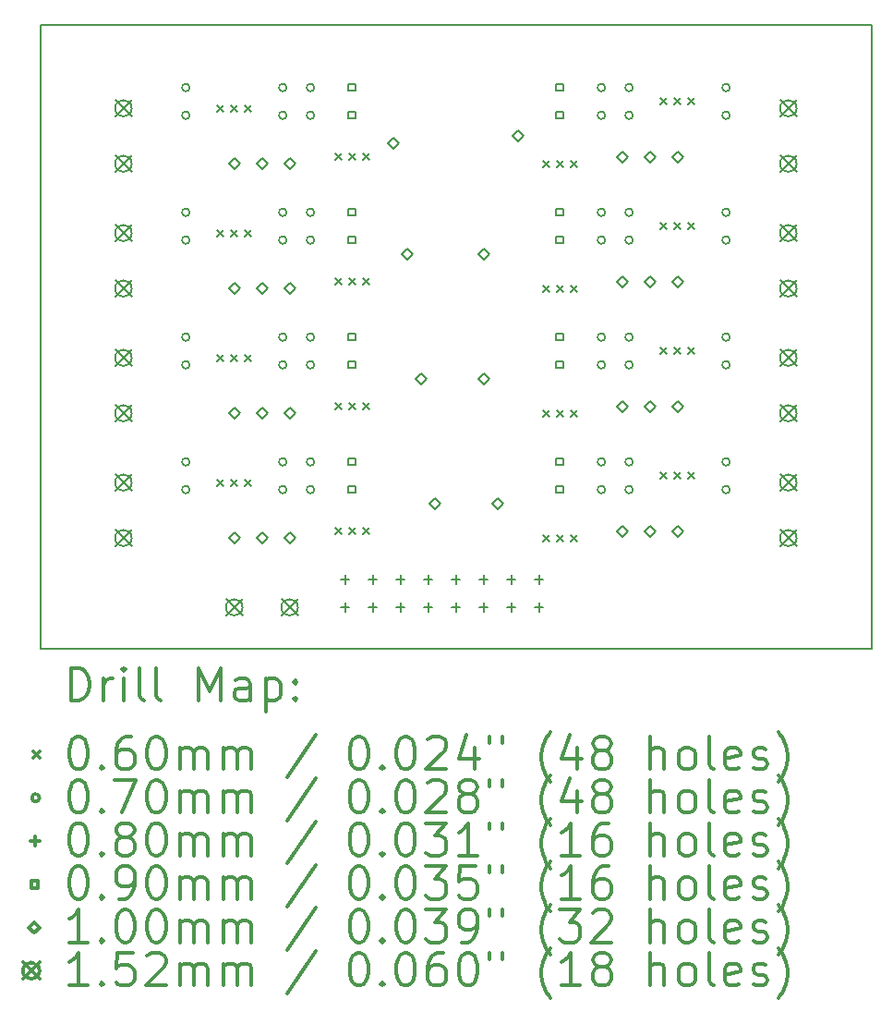
<source format=gbr>
%FSLAX45Y45*%
G04 Gerber Fmt 4.5, Leading zero omitted, Abs format (unit mm)*
G04 Created by KiCad (PCBNEW (5.0.2)-1) date 09/11/2019 15:08:38*
%MOMM*%
%LPD*%
G01*
G04 APERTURE LIST*
%ADD10C,0.150000*%
%ADD11C,0.200000*%
%ADD12C,0.300000*%
G04 APERTURE END LIST*
D10*
X9398000Y-2794000D02*
X9398000Y-8509000D01*
X17018000Y-2794000D02*
X9398000Y-2794000D01*
X17018000Y-8509000D02*
X17018000Y-2794000D01*
X9398000Y-8509000D02*
X17018000Y-8509000D01*
D11*
X14003500Y-4034000D02*
X14063500Y-4094000D01*
X14063500Y-4034000D02*
X14003500Y-4094000D01*
X14130500Y-4034000D02*
X14190500Y-4094000D01*
X14190500Y-4034000D02*
X14130500Y-4094000D01*
X14257500Y-4034000D02*
X14317500Y-4094000D01*
X14317500Y-4034000D02*
X14257500Y-4094000D01*
X15083000Y-3462500D02*
X15143000Y-3522500D01*
X15143000Y-3462500D02*
X15083000Y-3522500D01*
X15210000Y-3462500D02*
X15270000Y-3522500D01*
X15270000Y-3462500D02*
X15210000Y-3522500D01*
X15337000Y-3462500D02*
X15397000Y-3522500D01*
X15397000Y-3462500D02*
X15337000Y-3522500D01*
X12098500Y-6256500D02*
X12158500Y-6316500D01*
X12158500Y-6256500D02*
X12098500Y-6316500D01*
X12225500Y-6256500D02*
X12285500Y-6316500D01*
X12285500Y-6256500D02*
X12225500Y-6316500D01*
X12352500Y-6256500D02*
X12412500Y-6316500D01*
X12412500Y-6256500D02*
X12352500Y-6316500D01*
X11019000Y-5812000D02*
X11079000Y-5872000D01*
X11079000Y-5812000D02*
X11019000Y-5872000D01*
X11146000Y-5812000D02*
X11206000Y-5872000D01*
X11206000Y-5812000D02*
X11146000Y-5872000D01*
X11273000Y-5812000D02*
X11333000Y-5872000D01*
X11333000Y-5812000D02*
X11273000Y-5872000D01*
X12098500Y-3970500D02*
X12158500Y-4030500D01*
X12158500Y-3970500D02*
X12098500Y-4030500D01*
X12225500Y-3970500D02*
X12285500Y-4030500D01*
X12285500Y-3970500D02*
X12225500Y-4030500D01*
X12352500Y-3970500D02*
X12412500Y-4030500D01*
X12412500Y-3970500D02*
X12352500Y-4030500D01*
X11019000Y-3526000D02*
X11079000Y-3586000D01*
X11079000Y-3526000D02*
X11019000Y-3586000D01*
X11146000Y-3526000D02*
X11206000Y-3586000D01*
X11206000Y-3526000D02*
X11146000Y-3586000D01*
X11273000Y-3526000D02*
X11333000Y-3586000D01*
X11333000Y-3526000D02*
X11273000Y-3586000D01*
X11019000Y-4669000D02*
X11079000Y-4729000D01*
X11079000Y-4669000D02*
X11019000Y-4729000D01*
X11146000Y-4669000D02*
X11206000Y-4729000D01*
X11206000Y-4669000D02*
X11146000Y-4729000D01*
X11273000Y-4669000D02*
X11333000Y-4729000D01*
X11333000Y-4669000D02*
X11273000Y-4729000D01*
X12098500Y-5113500D02*
X12158500Y-5173500D01*
X12158500Y-5113500D02*
X12098500Y-5173500D01*
X12225500Y-5113500D02*
X12285500Y-5173500D01*
X12285500Y-5113500D02*
X12225500Y-5173500D01*
X12352500Y-5113500D02*
X12412500Y-5173500D01*
X12412500Y-5113500D02*
X12352500Y-5173500D01*
X11019000Y-6955000D02*
X11079000Y-7015000D01*
X11079000Y-6955000D02*
X11019000Y-7015000D01*
X11146000Y-6955000D02*
X11206000Y-7015000D01*
X11206000Y-6955000D02*
X11146000Y-7015000D01*
X11273000Y-6955000D02*
X11333000Y-7015000D01*
X11333000Y-6955000D02*
X11273000Y-7015000D01*
X12098500Y-7399500D02*
X12158500Y-7459500D01*
X12158500Y-7399500D02*
X12098500Y-7459500D01*
X12225500Y-7399500D02*
X12285500Y-7459500D01*
X12285500Y-7399500D02*
X12225500Y-7459500D01*
X12352500Y-7399500D02*
X12412500Y-7459500D01*
X12412500Y-7399500D02*
X12352500Y-7459500D01*
X15083000Y-4605500D02*
X15143000Y-4665500D01*
X15143000Y-4605500D02*
X15083000Y-4665500D01*
X15210000Y-4605500D02*
X15270000Y-4665500D01*
X15270000Y-4605500D02*
X15210000Y-4665500D01*
X15337000Y-4605500D02*
X15397000Y-4665500D01*
X15397000Y-4605500D02*
X15337000Y-4665500D01*
X14003500Y-5177000D02*
X14063500Y-5237000D01*
X14063500Y-5177000D02*
X14003500Y-5237000D01*
X14130500Y-5177000D02*
X14190500Y-5237000D01*
X14190500Y-5177000D02*
X14130500Y-5237000D01*
X14257500Y-5177000D02*
X14317500Y-5237000D01*
X14317500Y-5177000D02*
X14257500Y-5237000D01*
X15083000Y-5748500D02*
X15143000Y-5808500D01*
X15143000Y-5748500D02*
X15083000Y-5808500D01*
X15210000Y-5748500D02*
X15270000Y-5808500D01*
X15270000Y-5748500D02*
X15210000Y-5808500D01*
X15337000Y-5748500D02*
X15397000Y-5808500D01*
X15397000Y-5748500D02*
X15337000Y-5808500D01*
X14003500Y-6320000D02*
X14063500Y-6380000D01*
X14063500Y-6320000D02*
X14003500Y-6380000D01*
X14130500Y-6320000D02*
X14190500Y-6380000D01*
X14190500Y-6320000D02*
X14130500Y-6380000D01*
X14257500Y-6320000D02*
X14317500Y-6380000D01*
X14317500Y-6320000D02*
X14257500Y-6380000D01*
X15083000Y-6891500D02*
X15143000Y-6951500D01*
X15143000Y-6891500D02*
X15083000Y-6951500D01*
X15210000Y-6891500D02*
X15270000Y-6951500D01*
X15270000Y-6891500D02*
X15210000Y-6951500D01*
X15337000Y-6891500D02*
X15397000Y-6951500D01*
X15397000Y-6891500D02*
X15337000Y-6951500D01*
X14003500Y-7463000D02*
X14063500Y-7523000D01*
X14063500Y-7463000D02*
X14003500Y-7523000D01*
X14130500Y-7463000D02*
X14190500Y-7523000D01*
X14190500Y-7463000D02*
X14130500Y-7523000D01*
X14257500Y-7463000D02*
X14317500Y-7523000D01*
X14317500Y-7463000D02*
X14257500Y-7523000D01*
X11909500Y-3365500D02*
G75*
G03X11909500Y-3365500I-35000J0D01*
G01*
X11909500Y-3619500D02*
G75*
G03X11909500Y-3619500I-35000J0D01*
G01*
X11655500Y-3365500D02*
G75*
G03X11655500Y-3365500I-35000J0D01*
G01*
X11655500Y-3619500D02*
G75*
G03X11655500Y-3619500I-35000J0D01*
G01*
X10766500Y-3365500D02*
G75*
G03X10766500Y-3365500I-35000J0D01*
G01*
X10766500Y-3619500D02*
G75*
G03X10766500Y-3619500I-35000J0D01*
G01*
X11909500Y-4508500D02*
G75*
G03X11909500Y-4508500I-35000J0D01*
G01*
X11909500Y-4762500D02*
G75*
G03X11909500Y-4762500I-35000J0D01*
G01*
X11655500Y-4508500D02*
G75*
G03X11655500Y-4508500I-35000J0D01*
G01*
X11655500Y-4762500D02*
G75*
G03X11655500Y-4762500I-35000J0D01*
G01*
X10766500Y-4508500D02*
G75*
G03X10766500Y-4508500I-35000J0D01*
G01*
X10766500Y-4762500D02*
G75*
G03X10766500Y-4762500I-35000J0D01*
G01*
X11909500Y-5651500D02*
G75*
G03X11909500Y-5651500I-35000J0D01*
G01*
X11909500Y-5905500D02*
G75*
G03X11909500Y-5905500I-35000J0D01*
G01*
X11655500Y-5651500D02*
G75*
G03X11655500Y-5651500I-35000J0D01*
G01*
X11655500Y-5905500D02*
G75*
G03X11655500Y-5905500I-35000J0D01*
G01*
X10766500Y-5651500D02*
G75*
G03X10766500Y-5651500I-35000J0D01*
G01*
X10766500Y-5905500D02*
G75*
G03X10766500Y-5905500I-35000J0D01*
G01*
X11655500Y-6794500D02*
G75*
G03X11655500Y-6794500I-35000J0D01*
G01*
X11655500Y-7048500D02*
G75*
G03X11655500Y-7048500I-35000J0D01*
G01*
X10766500Y-6794500D02*
G75*
G03X10766500Y-6794500I-35000J0D01*
G01*
X10766500Y-7048500D02*
G75*
G03X10766500Y-7048500I-35000J0D01*
G01*
X14576500Y-3365500D02*
G75*
G03X14576500Y-3365500I-35000J0D01*
G01*
X14576500Y-3619500D02*
G75*
G03X14576500Y-3619500I-35000J0D01*
G01*
X14830500Y-3365500D02*
G75*
G03X14830500Y-3365500I-35000J0D01*
G01*
X14830500Y-3619500D02*
G75*
G03X14830500Y-3619500I-35000J0D01*
G01*
X15719500Y-3365500D02*
G75*
G03X15719500Y-3365500I-35000J0D01*
G01*
X15719500Y-3619500D02*
G75*
G03X15719500Y-3619500I-35000J0D01*
G01*
X14576500Y-4508500D02*
G75*
G03X14576500Y-4508500I-35000J0D01*
G01*
X14576500Y-4762500D02*
G75*
G03X14576500Y-4762500I-35000J0D01*
G01*
X14830500Y-4508500D02*
G75*
G03X14830500Y-4508500I-35000J0D01*
G01*
X14830500Y-4762500D02*
G75*
G03X14830500Y-4762500I-35000J0D01*
G01*
X15719500Y-4508500D02*
G75*
G03X15719500Y-4508500I-35000J0D01*
G01*
X15719500Y-4762500D02*
G75*
G03X15719500Y-4762500I-35000J0D01*
G01*
X14576500Y-5651500D02*
G75*
G03X14576500Y-5651500I-35000J0D01*
G01*
X14576500Y-5905500D02*
G75*
G03X14576500Y-5905500I-35000J0D01*
G01*
X14830500Y-5651500D02*
G75*
G03X14830500Y-5651500I-35000J0D01*
G01*
X14830500Y-5905500D02*
G75*
G03X14830500Y-5905500I-35000J0D01*
G01*
X15719500Y-5651500D02*
G75*
G03X15719500Y-5651500I-35000J0D01*
G01*
X15719500Y-5905500D02*
G75*
G03X15719500Y-5905500I-35000J0D01*
G01*
X14576500Y-6794500D02*
G75*
G03X14576500Y-6794500I-35000J0D01*
G01*
X14576500Y-7048500D02*
G75*
G03X14576500Y-7048500I-35000J0D01*
G01*
X14830500Y-6794500D02*
G75*
G03X14830500Y-6794500I-35000J0D01*
G01*
X14830500Y-7048500D02*
G75*
G03X14830500Y-7048500I-35000J0D01*
G01*
X15719500Y-6794500D02*
G75*
G03X15719500Y-6794500I-35000J0D01*
G01*
X15719500Y-7048500D02*
G75*
G03X15719500Y-7048500I-35000J0D01*
G01*
X11909500Y-6794500D02*
G75*
G03X11909500Y-6794500I-35000J0D01*
G01*
X11909500Y-7048500D02*
G75*
G03X11909500Y-7048500I-35000J0D01*
G01*
X12192000Y-7834000D02*
X12192000Y-7914000D01*
X12152000Y-7874000D02*
X12232000Y-7874000D01*
X12446000Y-7834000D02*
X12446000Y-7914000D01*
X12406000Y-7874000D02*
X12486000Y-7874000D01*
X12700000Y-7834000D02*
X12700000Y-7914000D01*
X12660000Y-7874000D02*
X12740000Y-7874000D01*
X12954000Y-7834000D02*
X12954000Y-7914000D01*
X12914000Y-7874000D02*
X12994000Y-7874000D01*
X13208000Y-7834000D02*
X13208000Y-7914000D01*
X13168000Y-7874000D02*
X13248000Y-7874000D01*
X13462000Y-7834000D02*
X13462000Y-7914000D01*
X13422000Y-7874000D02*
X13502000Y-7874000D01*
X13716000Y-7834000D02*
X13716000Y-7914000D01*
X13676000Y-7874000D02*
X13756000Y-7874000D01*
X13970000Y-7834000D02*
X13970000Y-7914000D01*
X13930000Y-7874000D02*
X14010000Y-7874000D01*
X12192000Y-8088000D02*
X12192000Y-8168000D01*
X12152000Y-8128000D02*
X12232000Y-8128000D01*
X12446000Y-8088000D02*
X12446000Y-8168000D01*
X12406000Y-8128000D02*
X12486000Y-8128000D01*
X12700000Y-8088000D02*
X12700000Y-8168000D01*
X12660000Y-8128000D02*
X12740000Y-8128000D01*
X12954000Y-8088000D02*
X12954000Y-8168000D01*
X12914000Y-8128000D02*
X12994000Y-8128000D01*
X13208000Y-8088000D02*
X13208000Y-8168000D01*
X13168000Y-8128000D02*
X13248000Y-8128000D01*
X13462000Y-8088000D02*
X13462000Y-8168000D01*
X13422000Y-8128000D02*
X13502000Y-8128000D01*
X13716000Y-8088000D02*
X13716000Y-8168000D01*
X13676000Y-8128000D02*
X13756000Y-8128000D01*
X13970000Y-8088000D02*
X13970000Y-8168000D01*
X13930000Y-8128000D02*
X14010000Y-8128000D01*
X12287320Y-3397320D02*
X12287320Y-3333680D01*
X12223680Y-3333680D01*
X12223680Y-3397320D01*
X12287320Y-3397320D01*
X12287320Y-3651320D02*
X12287320Y-3587680D01*
X12223680Y-3587680D01*
X12223680Y-3651320D01*
X12287320Y-3651320D01*
X12287320Y-4540320D02*
X12287320Y-4476680D01*
X12223680Y-4476680D01*
X12223680Y-4540320D01*
X12287320Y-4540320D01*
X12287320Y-4794320D02*
X12287320Y-4730680D01*
X12223680Y-4730680D01*
X12223680Y-4794320D01*
X12287320Y-4794320D01*
X12287320Y-5683320D02*
X12287320Y-5619680D01*
X12223680Y-5619680D01*
X12223680Y-5683320D01*
X12287320Y-5683320D01*
X12287320Y-5937320D02*
X12287320Y-5873680D01*
X12223680Y-5873680D01*
X12223680Y-5937320D01*
X12287320Y-5937320D01*
X12287320Y-6826320D02*
X12287320Y-6762680D01*
X12223680Y-6762680D01*
X12223680Y-6826320D01*
X12287320Y-6826320D01*
X12287320Y-7080320D02*
X12287320Y-7016680D01*
X12223680Y-7016680D01*
X12223680Y-7080320D01*
X12287320Y-7080320D01*
X14192320Y-3397320D02*
X14192320Y-3333680D01*
X14128680Y-3333680D01*
X14128680Y-3397320D01*
X14192320Y-3397320D01*
X14192320Y-3651320D02*
X14192320Y-3587680D01*
X14128680Y-3587680D01*
X14128680Y-3651320D01*
X14192320Y-3651320D01*
X14192320Y-4540320D02*
X14192320Y-4476680D01*
X14128680Y-4476680D01*
X14128680Y-4540320D01*
X14192320Y-4540320D01*
X14192320Y-4794320D02*
X14192320Y-4730680D01*
X14128680Y-4730680D01*
X14128680Y-4794320D01*
X14192320Y-4794320D01*
X14192320Y-5683320D02*
X14192320Y-5619680D01*
X14128680Y-5619680D01*
X14128680Y-5683320D01*
X14192320Y-5683320D01*
X14192320Y-5937320D02*
X14192320Y-5873680D01*
X14128680Y-5873680D01*
X14128680Y-5937320D01*
X14192320Y-5937320D01*
X14192320Y-6826320D02*
X14192320Y-6762680D01*
X14128680Y-6762680D01*
X14128680Y-6826320D01*
X14192320Y-6826320D01*
X14192320Y-7080320D02*
X14192320Y-7016680D01*
X14128680Y-7016680D01*
X14128680Y-7080320D01*
X14192320Y-7080320D01*
X12636500Y-3923500D02*
X12686500Y-3873500D01*
X12636500Y-3823500D01*
X12586500Y-3873500D01*
X12636500Y-3923500D01*
X12763500Y-4939500D02*
X12813500Y-4889500D01*
X12763500Y-4839500D01*
X12713500Y-4889500D01*
X12763500Y-4939500D01*
X12890500Y-6082500D02*
X12940500Y-6032500D01*
X12890500Y-5982500D01*
X12840500Y-6032500D01*
X12890500Y-6082500D01*
X13017500Y-7225500D02*
X13067500Y-7175500D01*
X13017500Y-7125500D01*
X12967500Y-7175500D01*
X13017500Y-7225500D01*
X13462000Y-4939500D02*
X13512000Y-4889500D01*
X13462000Y-4839500D01*
X13412000Y-4889500D01*
X13462000Y-4939500D01*
X13462000Y-6082500D02*
X13512000Y-6032500D01*
X13462000Y-5982500D01*
X13412000Y-6032500D01*
X13462000Y-6082500D01*
X13589000Y-7225500D02*
X13639000Y-7175500D01*
X13589000Y-7125500D01*
X13539000Y-7175500D01*
X13589000Y-7225500D01*
X13779500Y-3860000D02*
X13829500Y-3810000D01*
X13779500Y-3760000D01*
X13729500Y-3810000D01*
X13779500Y-3860000D01*
X11176000Y-4114000D02*
X11226000Y-4064000D01*
X11176000Y-4014000D01*
X11126000Y-4064000D01*
X11176000Y-4114000D01*
X11430000Y-4114000D02*
X11480000Y-4064000D01*
X11430000Y-4014000D01*
X11380000Y-4064000D01*
X11430000Y-4114000D01*
X11684000Y-4114000D02*
X11734000Y-4064000D01*
X11684000Y-4014000D01*
X11634000Y-4064000D01*
X11684000Y-4114000D01*
X11176000Y-6400000D02*
X11226000Y-6350000D01*
X11176000Y-6300000D01*
X11126000Y-6350000D01*
X11176000Y-6400000D01*
X11430000Y-6400000D02*
X11480000Y-6350000D01*
X11430000Y-6300000D01*
X11380000Y-6350000D01*
X11430000Y-6400000D01*
X11684000Y-6400000D02*
X11734000Y-6350000D01*
X11684000Y-6300000D01*
X11634000Y-6350000D01*
X11684000Y-6400000D01*
X14732000Y-4050500D02*
X14782000Y-4000500D01*
X14732000Y-3950500D01*
X14682000Y-4000500D01*
X14732000Y-4050500D01*
X14986000Y-4050500D02*
X15036000Y-4000500D01*
X14986000Y-3950500D01*
X14936000Y-4000500D01*
X14986000Y-4050500D01*
X15240000Y-4050500D02*
X15290000Y-4000500D01*
X15240000Y-3950500D01*
X15190000Y-4000500D01*
X15240000Y-4050500D01*
X11176000Y-5257000D02*
X11226000Y-5207000D01*
X11176000Y-5157000D01*
X11126000Y-5207000D01*
X11176000Y-5257000D01*
X11430000Y-5257000D02*
X11480000Y-5207000D01*
X11430000Y-5157000D01*
X11380000Y-5207000D01*
X11430000Y-5257000D01*
X11684000Y-5257000D02*
X11734000Y-5207000D01*
X11684000Y-5157000D01*
X11634000Y-5207000D01*
X11684000Y-5257000D01*
X11176000Y-7543000D02*
X11226000Y-7493000D01*
X11176000Y-7443000D01*
X11126000Y-7493000D01*
X11176000Y-7543000D01*
X11430000Y-7543000D02*
X11480000Y-7493000D01*
X11430000Y-7443000D01*
X11380000Y-7493000D01*
X11430000Y-7543000D01*
X11684000Y-7543000D02*
X11734000Y-7493000D01*
X11684000Y-7443000D01*
X11634000Y-7493000D01*
X11684000Y-7543000D01*
X14732000Y-5193500D02*
X14782000Y-5143500D01*
X14732000Y-5093500D01*
X14682000Y-5143500D01*
X14732000Y-5193500D01*
X14986000Y-5193500D02*
X15036000Y-5143500D01*
X14986000Y-5093500D01*
X14936000Y-5143500D01*
X14986000Y-5193500D01*
X15240000Y-5193500D02*
X15290000Y-5143500D01*
X15240000Y-5093500D01*
X15190000Y-5143500D01*
X15240000Y-5193500D01*
X14732000Y-6336500D02*
X14782000Y-6286500D01*
X14732000Y-6236500D01*
X14682000Y-6286500D01*
X14732000Y-6336500D01*
X14986000Y-6336500D02*
X15036000Y-6286500D01*
X14986000Y-6236500D01*
X14936000Y-6286500D01*
X14986000Y-6336500D01*
X15240000Y-6336500D02*
X15290000Y-6286500D01*
X15240000Y-6236500D01*
X15190000Y-6286500D01*
X15240000Y-6336500D01*
X14732000Y-7479500D02*
X14782000Y-7429500D01*
X14732000Y-7379500D01*
X14682000Y-7429500D01*
X14732000Y-7479500D01*
X14986000Y-7479500D02*
X15036000Y-7429500D01*
X14986000Y-7379500D01*
X14936000Y-7429500D01*
X14986000Y-7479500D01*
X15240000Y-7479500D02*
X15290000Y-7429500D01*
X15240000Y-7379500D01*
X15190000Y-7429500D01*
X15240000Y-7479500D01*
X10084000Y-3480000D02*
X10236000Y-3632000D01*
X10236000Y-3480000D02*
X10084000Y-3632000D01*
X10236000Y-3556000D02*
G75*
G03X10236000Y-3556000I-76000J0D01*
G01*
X10084000Y-3988000D02*
X10236000Y-4140000D01*
X10236000Y-3988000D02*
X10084000Y-4140000D01*
X10236000Y-4064000D02*
G75*
G03X10236000Y-4064000I-76000J0D01*
G01*
X10084000Y-4623000D02*
X10236000Y-4775000D01*
X10236000Y-4623000D02*
X10084000Y-4775000D01*
X10236000Y-4699000D02*
G75*
G03X10236000Y-4699000I-76000J0D01*
G01*
X10084000Y-5131000D02*
X10236000Y-5283000D01*
X10236000Y-5131000D02*
X10084000Y-5283000D01*
X10236000Y-5207000D02*
G75*
G03X10236000Y-5207000I-76000J0D01*
G01*
X10084000Y-5766000D02*
X10236000Y-5918000D01*
X10236000Y-5766000D02*
X10084000Y-5918000D01*
X10236000Y-5842000D02*
G75*
G03X10236000Y-5842000I-76000J0D01*
G01*
X10084000Y-6274000D02*
X10236000Y-6426000D01*
X10236000Y-6274000D02*
X10084000Y-6426000D01*
X10236000Y-6350000D02*
G75*
G03X10236000Y-6350000I-76000J0D01*
G01*
X10084000Y-6909000D02*
X10236000Y-7061000D01*
X10236000Y-6909000D02*
X10084000Y-7061000D01*
X10236000Y-6985000D02*
G75*
G03X10236000Y-6985000I-76000J0D01*
G01*
X10084000Y-7417000D02*
X10236000Y-7569000D01*
X10236000Y-7417000D02*
X10084000Y-7569000D01*
X10236000Y-7493000D02*
G75*
G03X10236000Y-7493000I-76000J0D01*
G01*
X16180000Y-3480000D02*
X16332000Y-3632000D01*
X16332000Y-3480000D02*
X16180000Y-3632000D01*
X16332000Y-3556000D02*
G75*
G03X16332000Y-3556000I-76000J0D01*
G01*
X16180000Y-3988000D02*
X16332000Y-4140000D01*
X16332000Y-3988000D02*
X16180000Y-4140000D01*
X16332000Y-4064000D02*
G75*
G03X16332000Y-4064000I-76000J0D01*
G01*
X16180000Y-4623000D02*
X16332000Y-4775000D01*
X16332000Y-4623000D02*
X16180000Y-4775000D01*
X16332000Y-4699000D02*
G75*
G03X16332000Y-4699000I-76000J0D01*
G01*
X16180000Y-5131000D02*
X16332000Y-5283000D01*
X16332000Y-5131000D02*
X16180000Y-5283000D01*
X16332000Y-5207000D02*
G75*
G03X16332000Y-5207000I-76000J0D01*
G01*
X16180000Y-5766000D02*
X16332000Y-5918000D01*
X16332000Y-5766000D02*
X16180000Y-5918000D01*
X16332000Y-5842000D02*
G75*
G03X16332000Y-5842000I-76000J0D01*
G01*
X16180000Y-6274000D02*
X16332000Y-6426000D01*
X16332000Y-6274000D02*
X16180000Y-6426000D01*
X16332000Y-6350000D02*
G75*
G03X16332000Y-6350000I-76000J0D01*
G01*
X16180000Y-6909000D02*
X16332000Y-7061000D01*
X16332000Y-6909000D02*
X16180000Y-7061000D01*
X16332000Y-6985000D02*
G75*
G03X16332000Y-6985000I-76000J0D01*
G01*
X16180000Y-7417000D02*
X16332000Y-7569000D01*
X16332000Y-7417000D02*
X16180000Y-7569000D01*
X16332000Y-7493000D02*
G75*
G03X16332000Y-7493000I-76000J0D01*
G01*
X11100000Y-8052000D02*
X11252000Y-8204000D01*
X11252000Y-8052000D02*
X11100000Y-8204000D01*
X11252000Y-8128000D02*
G75*
G03X11252000Y-8128000I-76000J0D01*
G01*
X11608000Y-8052000D02*
X11760000Y-8204000D01*
X11760000Y-8052000D02*
X11608000Y-8204000D01*
X11760000Y-8128000D02*
G75*
G03X11760000Y-8128000I-76000J0D01*
G01*
D12*
X9676928Y-8982214D02*
X9676928Y-8682214D01*
X9748357Y-8682214D01*
X9791214Y-8696500D01*
X9819786Y-8725072D01*
X9834071Y-8753643D01*
X9848357Y-8810786D01*
X9848357Y-8853643D01*
X9834071Y-8910786D01*
X9819786Y-8939357D01*
X9791214Y-8967929D01*
X9748357Y-8982214D01*
X9676928Y-8982214D01*
X9976928Y-8982214D02*
X9976928Y-8782214D01*
X9976928Y-8839357D02*
X9991214Y-8810786D01*
X10005500Y-8796500D01*
X10034071Y-8782214D01*
X10062643Y-8782214D01*
X10162643Y-8982214D02*
X10162643Y-8782214D01*
X10162643Y-8682214D02*
X10148357Y-8696500D01*
X10162643Y-8710786D01*
X10176928Y-8696500D01*
X10162643Y-8682214D01*
X10162643Y-8710786D01*
X10348357Y-8982214D02*
X10319786Y-8967929D01*
X10305500Y-8939357D01*
X10305500Y-8682214D01*
X10505500Y-8982214D02*
X10476928Y-8967929D01*
X10462643Y-8939357D01*
X10462643Y-8682214D01*
X10848357Y-8982214D02*
X10848357Y-8682214D01*
X10948357Y-8896500D01*
X11048357Y-8682214D01*
X11048357Y-8982214D01*
X11319786Y-8982214D02*
X11319786Y-8825072D01*
X11305500Y-8796500D01*
X11276928Y-8782214D01*
X11219786Y-8782214D01*
X11191214Y-8796500D01*
X11319786Y-8967929D02*
X11291214Y-8982214D01*
X11219786Y-8982214D01*
X11191214Y-8967929D01*
X11176928Y-8939357D01*
X11176928Y-8910786D01*
X11191214Y-8882214D01*
X11219786Y-8867929D01*
X11291214Y-8867929D01*
X11319786Y-8853643D01*
X11462643Y-8782214D02*
X11462643Y-9082214D01*
X11462643Y-8796500D02*
X11491214Y-8782214D01*
X11548357Y-8782214D01*
X11576928Y-8796500D01*
X11591214Y-8810786D01*
X11605500Y-8839357D01*
X11605500Y-8925072D01*
X11591214Y-8953643D01*
X11576928Y-8967929D01*
X11548357Y-8982214D01*
X11491214Y-8982214D01*
X11462643Y-8967929D01*
X11734071Y-8953643D02*
X11748357Y-8967929D01*
X11734071Y-8982214D01*
X11719786Y-8967929D01*
X11734071Y-8953643D01*
X11734071Y-8982214D01*
X11734071Y-8796500D02*
X11748357Y-8810786D01*
X11734071Y-8825072D01*
X11719786Y-8810786D01*
X11734071Y-8796500D01*
X11734071Y-8825072D01*
X9330500Y-9446500D02*
X9390500Y-9506500D01*
X9390500Y-9446500D02*
X9330500Y-9506500D01*
X9734071Y-9312214D02*
X9762643Y-9312214D01*
X9791214Y-9326500D01*
X9805500Y-9340786D01*
X9819786Y-9369357D01*
X9834071Y-9426500D01*
X9834071Y-9497929D01*
X9819786Y-9555072D01*
X9805500Y-9583643D01*
X9791214Y-9597929D01*
X9762643Y-9612214D01*
X9734071Y-9612214D01*
X9705500Y-9597929D01*
X9691214Y-9583643D01*
X9676928Y-9555072D01*
X9662643Y-9497929D01*
X9662643Y-9426500D01*
X9676928Y-9369357D01*
X9691214Y-9340786D01*
X9705500Y-9326500D01*
X9734071Y-9312214D01*
X9962643Y-9583643D02*
X9976928Y-9597929D01*
X9962643Y-9612214D01*
X9948357Y-9597929D01*
X9962643Y-9583643D01*
X9962643Y-9612214D01*
X10234071Y-9312214D02*
X10176928Y-9312214D01*
X10148357Y-9326500D01*
X10134071Y-9340786D01*
X10105500Y-9383643D01*
X10091214Y-9440786D01*
X10091214Y-9555072D01*
X10105500Y-9583643D01*
X10119786Y-9597929D01*
X10148357Y-9612214D01*
X10205500Y-9612214D01*
X10234071Y-9597929D01*
X10248357Y-9583643D01*
X10262643Y-9555072D01*
X10262643Y-9483643D01*
X10248357Y-9455072D01*
X10234071Y-9440786D01*
X10205500Y-9426500D01*
X10148357Y-9426500D01*
X10119786Y-9440786D01*
X10105500Y-9455072D01*
X10091214Y-9483643D01*
X10448357Y-9312214D02*
X10476928Y-9312214D01*
X10505500Y-9326500D01*
X10519786Y-9340786D01*
X10534071Y-9369357D01*
X10548357Y-9426500D01*
X10548357Y-9497929D01*
X10534071Y-9555072D01*
X10519786Y-9583643D01*
X10505500Y-9597929D01*
X10476928Y-9612214D01*
X10448357Y-9612214D01*
X10419786Y-9597929D01*
X10405500Y-9583643D01*
X10391214Y-9555072D01*
X10376928Y-9497929D01*
X10376928Y-9426500D01*
X10391214Y-9369357D01*
X10405500Y-9340786D01*
X10419786Y-9326500D01*
X10448357Y-9312214D01*
X10676928Y-9612214D02*
X10676928Y-9412214D01*
X10676928Y-9440786D02*
X10691214Y-9426500D01*
X10719786Y-9412214D01*
X10762643Y-9412214D01*
X10791214Y-9426500D01*
X10805500Y-9455072D01*
X10805500Y-9612214D01*
X10805500Y-9455072D02*
X10819786Y-9426500D01*
X10848357Y-9412214D01*
X10891214Y-9412214D01*
X10919786Y-9426500D01*
X10934071Y-9455072D01*
X10934071Y-9612214D01*
X11076928Y-9612214D02*
X11076928Y-9412214D01*
X11076928Y-9440786D02*
X11091214Y-9426500D01*
X11119786Y-9412214D01*
X11162643Y-9412214D01*
X11191214Y-9426500D01*
X11205500Y-9455072D01*
X11205500Y-9612214D01*
X11205500Y-9455072D02*
X11219786Y-9426500D01*
X11248357Y-9412214D01*
X11291214Y-9412214D01*
X11319786Y-9426500D01*
X11334071Y-9455072D01*
X11334071Y-9612214D01*
X11919786Y-9297929D02*
X11662643Y-9683643D01*
X12305500Y-9312214D02*
X12334071Y-9312214D01*
X12362643Y-9326500D01*
X12376928Y-9340786D01*
X12391214Y-9369357D01*
X12405500Y-9426500D01*
X12405500Y-9497929D01*
X12391214Y-9555072D01*
X12376928Y-9583643D01*
X12362643Y-9597929D01*
X12334071Y-9612214D01*
X12305500Y-9612214D01*
X12276928Y-9597929D01*
X12262643Y-9583643D01*
X12248357Y-9555072D01*
X12234071Y-9497929D01*
X12234071Y-9426500D01*
X12248357Y-9369357D01*
X12262643Y-9340786D01*
X12276928Y-9326500D01*
X12305500Y-9312214D01*
X12534071Y-9583643D02*
X12548357Y-9597929D01*
X12534071Y-9612214D01*
X12519786Y-9597929D01*
X12534071Y-9583643D01*
X12534071Y-9612214D01*
X12734071Y-9312214D02*
X12762643Y-9312214D01*
X12791214Y-9326500D01*
X12805500Y-9340786D01*
X12819786Y-9369357D01*
X12834071Y-9426500D01*
X12834071Y-9497929D01*
X12819786Y-9555072D01*
X12805500Y-9583643D01*
X12791214Y-9597929D01*
X12762643Y-9612214D01*
X12734071Y-9612214D01*
X12705500Y-9597929D01*
X12691214Y-9583643D01*
X12676928Y-9555072D01*
X12662643Y-9497929D01*
X12662643Y-9426500D01*
X12676928Y-9369357D01*
X12691214Y-9340786D01*
X12705500Y-9326500D01*
X12734071Y-9312214D01*
X12948357Y-9340786D02*
X12962643Y-9326500D01*
X12991214Y-9312214D01*
X13062643Y-9312214D01*
X13091214Y-9326500D01*
X13105500Y-9340786D01*
X13119786Y-9369357D01*
X13119786Y-9397929D01*
X13105500Y-9440786D01*
X12934071Y-9612214D01*
X13119786Y-9612214D01*
X13376928Y-9412214D02*
X13376928Y-9612214D01*
X13305500Y-9297929D02*
X13234071Y-9512214D01*
X13419786Y-9512214D01*
X13519786Y-9312214D02*
X13519786Y-9369357D01*
X13634071Y-9312214D02*
X13634071Y-9369357D01*
X14076928Y-9726500D02*
X14062643Y-9712214D01*
X14034071Y-9669357D01*
X14019786Y-9640786D01*
X14005500Y-9597929D01*
X13991214Y-9526500D01*
X13991214Y-9469357D01*
X14005500Y-9397929D01*
X14019786Y-9355072D01*
X14034071Y-9326500D01*
X14062643Y-9283643D01*
X14076928Y-9269357D01*
X14319786Y-9412214D02*
X14319786Y-9612214D01*
X14248357Y-9297929D02*
X14176928Y-9512214D01*
X14362643Y-9512214D01*
X14519786Y-9440786D02*
X14491214Y-9426500D01*
X14476928Y-9412214D01*
X14462643Y-9383643D01*
X14462643Y-9369357D01*
X14476928Y-9340786D01*
X14491214Y-9326500D01*
X14519786Y-9312214D01*
X14576928Y-9312214D01*
X14605500Y-9326500D01*
X14619786Y-9340786D01*
X14634071Y-9369357D01*
X14634071Y-9383643D01*
X14619786Y-9412214D01*
X14605500Y-9426500D01*
X14576928Y-9440786D01*
X14519786Y-9440786D01*
X14491214Y-9455072D01*
X14476928Y-9469357D01*
X14462643Y-9497929D01*
X14462643Y-9555072D01*
X14476928Y-9583643D01*
X14491214Y-9597929D01*
X14519786Y-9612214D01*
X14576928Y-9612214D01*
X14605500Y-9597929D01*
X14619786Y-9583643D01*
X14634071Y-9555072D01*
X14634071Y-9497929D01*
X14619786Y-9469357D01*
X14605500Y-9455072D01*
X14576928Y-9440786D01*
X14991214Y-9612214D02*
X14991214Y-9312214D01*
X15119786Y-9612214D02*
X15119786Y-9455072D01*
X15105500Y-9426500D01*
X15076928Y-9412214D01*
X15034071Y-9412214D01*
X15005500Y-9426500D01*
X14991214Y-9440786D01*
X15305500Y-9612214D02*
X15276928Y-9597929D01*
X15262643Y-9583643D01*
X15248357Y-9555072D01*
X15248357Y-9469357D01*
X15262643Y-9440786D01*
X15276928Y-9426500D01*
X15305500Y-9412214D01*
X15348357Y-9412214D01*
X15376928Y-9426500D01*
X15391214Y-9440786D01*
X15405500Y-9469357D01*
X15405500Y-9555072D01*
X15391214Y-9583643D01*
X15376928Y-9597929D01*
X15348357Y-9612214D01*
X15305500Y-9612214D01*
X15576928Y-9612214D02*
X15548357Y-9597929D01*
X15534071Y-9569357D01*
X15534071Y-9312214D01*
X15805500Y-9597929D02*
X15776928Y-9612214D01*
X15719786Y-9612214D01*
X15691214Y-9597929D01*
X15676928Y-9569357D01*
X15676928Y-9455072D01*
X15691214Y-9426500D01*
X15719786Y-9412214D01*
X15776928Y-9412214D01*
X15805500Y-9426500D01*
X15819786Y-9455072D01*
X15819786Y-9483643D01*
X15676928Y-9512214D01*
X15934071Y-9597929D02*
X15962643Y-9612214D01*
X16019786Y-9612214D01*
X16048357Y-9597929D01*
X16062643Y-9569357D01*
X16062643Y-9555072D01*
X16048357Y-9526500D01*
X16019786Y-9512214D01*
X15976928Y-9512214D01*
X15948357Y-9497929D01*
X15934071Y-9469357D01*
X15934071Y-9455072D01*
X15948357Y-9426500D01*
X15976928Y-9412214D01*
X16019786Y-9412214D01*
X16048357Y-9426500D01*
X16162643Y-9726500D02*
X16176928Y-9712214D01*
X16205500Y-9669357D01*
X16219786Y-9640786D01*
X16234071Y-9597929D01*
X16248357Y-9526500D01*
X16248357Y-9469357D01*
X16234071Y-9397929D01*
X16219786Y-9355072D01*
X16205500Y-9326500D01*
X16176928Y-9283643D01*
X16162643Y-9269357D01*
X9390500Y-9872500D02*
G75*
G03X9390500Y-9872500I-35000J0D01*
G01*
X9734071Y-9708214D02*
X9762643Y-9708214D01*
X9791214Y-9722500D01*
X9805500Y-9736786D01*
X9819786Y-9765357D01*
X9834071Y-9822500D01*
X9834071Y-9893929D01*
X9819786Y-9951072D01*
X9805500Y-9979643D01*
X9791214Y-9993929D01*
X9762643Y-10008214D01*
X9734071Y-10008214D01*
X9705500Y-9993929D01*
X9691214Y-9979643D01*
X9676928Y-9951072D01*
X9662643Y-9893929D01*
X9662643Y-9822500D01*
X9676928Y-9765357D01*
X9691214Y-9736786D01*
X9705500Y-9722500D01*
X9734071Y-9708214D01*
X9962643Y-9979643D02*
X9976928Y-9993929D01*
X9962643Y-10008214D01*
X9948357Y-9993929D01*
X9962643Y-9979643D01*
X9962643Y-10008214D01*
X10076928Y-9708214D02*
X10276928Y-9708214D01*
X10148357Y-10008214D01*
X10448357Y-9708214D02*
X10476928Y-9708214D01*
X10505500Y-9722500D01*
X10519786Y-9736786D01*
X10534071Y-9765357D01*
X10548357Y-9822500D01*
X10548357Y-9893929D01*
X10534071Y-9951072D01*
X10519786Y-9979643D01*
X10505500Y-9993929D01*
X10476928Y-10008214D01*
X10448357Y-10008214D01*
X10419786Y-9993929D01*
X10405500Y-9979643D01*
X10391214Y-9951072D01*
X10376928Y-9893929D01*
X10376928Y-9822500D01*
X10391214Y-9765357D01*
X10405500Y-9736786D01*
X10419786Y-9722500D01*
X10448357Y-9708214D01*
X10676928Y-10008214D02*
X10676928Y-9808214D01*
X10676928Y-9836786D02*
X10691214Y-9822500D01*
X10719786Y-9808214D01*
X10762643Y-9808214D01*
X10791214Y-9822500D01*
X10805500Y-9851072D01*
X10805500Y-10008214D01*
X10805500Y-9851072D02*
X10819786Y-9822500D01*
X10848357Y-9808214D01*
X10891214Y-9808214D01*
X10919786Y-9822500D01*
X10934071Y-9851072D01*
X10934071Y-10008214D01*
X11076928Y-10008214D02*
X11076928Y-9808214D01*
X11076928Y-9836786D02*
X11091214Y-9822500D01*
X11119786Y-9808214D01*
X11162643Y-9808214D01*
X11191214Y-9822500D01*
X11205500Y-9851072D01*
X11205500Y-10008214D01*
X11205500Y-9851072D02*
X11219786Y-9822500D01*
X11248357Y-9808214D01*
X11291214Y-9808214D01*
X11319786Y-9822500D01*
X11334071Y-9851072D01*
X11334071Y-10008214D01*
X11919786Y-9693929D02*
X11662643Y-10079643D01*
X12305500Y-9708214D02*
X12334071Y-9708214D01*
X12362643Y-9722500D01*
X12376928Y-9736786D01*
X12391214Y-9765357D01*
X12405500Y-9822500D01*
X12405500Y-9893929D01*
X12391214Y-9951072D01*
X12376928Y-9979643D01*
X12362643Y-9993929D01*
X12334071Y-10008214D01*
X12305500Y-10008214D01*
X12276928Y-9993929D01*
X12262643Y-9979643D01*
X12248357Y-9951072D01*
X12234071Y-9893929D01*
X12234071Y-9822500D01*
X12248357Y-9765357D01*
X12262643Y-9736786D01*
X12276928Y-9722500D01*
X12305500Y-9708214D01*
X12534071Y-9979643D02*
X12548357Y-9993929D01*
X12534071Y-10008214D01*
X12519786Y-9993929D01*
X12534071Y-9979643D01*
X12534071Y-10008214D01*
X12734071Y-9708214D02*
X12762643Y-9708214D01*
X12791214Y-9722500D01*
X12805500Y-9736786D01*
X12819786Y-9765357D01*
X12834071Y-9822500D01*
X12834071Y-9893929D01*
X12819786Y-9951072D01*
X12805500Y-9979643D01*
X12791214Y-9993929D01*
X12762643Y-10008214D01*
X12734071Y-10008214D01*
X12705500Y-9993929D01*
X12691214Y-9979643D01*
X12676928Y-9951072D01*
X12662643Y-9893929D01*
X12662643Y-9822500D01*
X12676928Y-9765357D01*
X12691214Y-9736786D01*
X12705500Y-9722500D01*
X12734071Y-9708214D01*
X12948357Y-9736786D02*
X12962643Y-9722500D01*
X12991214Y-9708214D01*
X13062643Y-9708214D01*
X13091214Y-9722500D01*
X13105500Y-9736786D01*
X13119786Y-9765357D01*
X13119786Y-9793929D01*
X13105500Y-9836786D01*
X12934071Y-10008214D01*
X13119786Y-10008214D01*
X13291214Y-9836786D02*
X13262643Y-9822500D01*
X13248357Y-9808214D01*
X13234071Y-9779643D01*
X13234071Y-9765357D01*
X13248357Y-9736786D01*
X13262643Y-9722500D01*
X13291214Y-9708214D01*
X13348357Y-9708214D01*
X13376928Y-9722500D01*
X13391214Y-9736786D01*
X13405500Y-9765357D01*
X13405500Y-9779643D01*
X13391214Y-9808214D01*
X13376928Y-9822500D01*
X13348357Y-9836786D01*
X13291214Y-9836786D01*
X13262643Y-9851072D01*
X13248357Y-9865357D01*
X13234071Y-9893929D01*
X13234071Y-9951072D01*
X13248357Y-9979643D01*
X13262643Y-9993929D01*
X13291214Y-10008214D01*
X13348357Y-10008214D01*
X13376928Y-9993929D01*
X13391214Y-9979643D01*
X13405500Y-9951072D01*
X13405500Y-9893929D01*
X13391214Y-9865357D01*
X13376928Y-9851072D01*
X13348357Y-9836786D01*
X13519786Y-9708214D02*
X13519786Y-9765357D01*
X13634071Y-9708214D02*
X13634071Y-9765357D01*
X14076928Y-10122500D02*
X14062643Y-10108214D01*
X14034071Y-10065357D01*
X14019786Y-10036786D01*
X14005500Y-9993929D01*
X13991214Y-9922500D01*
X13991214Y-9865357D01*
X14005500Y-9793929D01*
X14019786Y-9751072D01*
X14034071Y-9722500D01*
X14062643Y-9679643D01*
X14076928Y-9665357D01*
X14319786Y-9808214D02*
X14319786Y-10008214D01*
X14248357Y-9693929D02*
X14176928Y-9908214D01*
X14362643Y-9908214D01*
X14519786Y-9836786D02*
X14491214Y-9822500D01*
X14476928Y-9808214D01*
X14462643Y-9779643D01*
X14462643Y-9765357D01*
X14476928Y-9736786D01*
X14491214Y-9722500D01*
X14519786Y-9708214D01*
X14576928Y-9708214D01*
X14605500Y-9722500D01*
X14619786Y-9736786D01*
X14634071Y-9765357D01*
X14634071Y-9779643D01*
X14619786Y-9808214D01*
X14605500Y-9822500D01*
X14576928Y-9836786D01*
X14519786Y-9836786D01*
X14491214Y-9851072D01*
X14476928Y-9865357D01*
X14462643Y-9893929D01*
X14462643Y-9951072D01*
X14476928Y-9979643D01*
X14491214Y-9993929D01*
X14519786Y-10008214D01*
X14576928Y-10008214D01*
X14605500Y-9993929D01*
X14619786Y-9979643D01*
X14634071Y-9951072D01*
X14634071Y-9893929D01*
X14619786Y-9865357D01*
X14605500Y-9851072D01*
X14576928Y-9836786D01*
X14991214Y-10008214D02*
X14991214Y-9708214D01*
X15119786Y-10008214D02*
X15119786Y-9851072D01*
X15105500Y-9822500D01*
X15076928Y-9808214D01*
X15034071Y-9808214D01*
X15005500Y-9822500D01*
X14991214Y-9836786D01*
X15305500Y-10008214D02*
X15276928Y-9993929D01*
X15262643Y-9979643D01*
X15248357Y-9951072D01*
X15248357Y-9865357D01*
X15262643Y-9836786D01*
X15276928Y-9822500D01*
X15305500Y-9808214D01*
X15348357Y-9808214D01*
X15376928Y-9822500D01*
X15391214Y-9836786D01*
X15405500Y-9865357D01*
X15405500Y-9951072D01*
X15391214Y-9979643D01*
X15376928Y-9993929D01*
X15348357Y-10008214D01*
X15305500Y-10008214D01*
X15576928Y-10008214D02*
X15548357Y-9993929D01*
X15534071Y-9965357D01*
X15534071Y-9708214D01*
X15805500Y-9993929D02*
X15776928Y-10008214D01*
X15719786Y-10008214D01*
X15691214Y-9993929D01*
X15676928Y-9965357D01*
X15676928Y-9851072D01*
X15691214Y-9822500D01*
X15719786Y-9808214D01*
X15776928Y-9808214D01*
X15805500Y-9822500D01*
X15819786Y-9851072D01*
X15819786Y-9879643D01*
X15676928Y-9908214D01*
X15934071Y-9993929D02*
X15962643Y-10008214D01*
X16019786Y-10008214D01*
X16048357Y-9993929D01*
X16062643Y-9965357D01*
X16062643Y-9951072D01*
X16048357Y-9922500D01*
X16019786Y-9908214D01*
X15976928Y-9908214D01*
X15948357Y-9893929D01*
X15934071Y-9865357D01*
X15934071Y-9851072D01*
X15948357Y-9822500D01*
X15976928Y-9808214D01*
X16019786Y-9808214D01*
X16048357Y-9822500D01*
X16162643Y-10122500D02*
X16176928Y-10108214D01*
X16205500Y-10065357D01*
X16219786Y-10036786D01*
X16234071Y-9993929D01*
X16248357Y-9922500D01*
X16248357Y-9865357D01*
X16234071Y-9793929D01*
X16219786Y-9751072D01*
X16205500Y-9722500D01*
X16176928Y-9679643D01*
X16162643Y-9665357D01*
X9350500Y-10228500D02*
X9350500Y-10308500D01*
X9310500Y-10268500D02*
X9390500Y-10268500D01*
X9734071Y-10104214D02*
X9762643Y-10104214D01*
X9791214Y-10118500D01*
X9805500Y-10132786D01*
X9819786Y-10161357D01*
X9834071Y-10218500D01*
X9834071Y-10289929D01*
X9819786Y-10347072D01*
X9805500Y-10375643D01*
X9791214Y-10389929D01*
X9762643Y-10404214D01*
X9734071Y-10404214D01*
X9705500Y-10389929D01*
X9691214Y-10375643D01*
X9676928Y-10347072D01*
X9662643Y-10289929D01*
X9662643Y-10218500D01*
X9676928Y-10161357D01*
X9691214Y-10132786D01*
X9705500Y-10118500D01*
X9734071Y-10104214D01*
X9962643Y-10375643D02*
X9976928Y-10389929D01*
X9962643Y-10404214D01*
X9948357Y-10389929D01*
X9962643Y-10375643D01*
X9962643Y-10404214D01*
X10148357Y-10232786D02*
X10119786Y-10218500D01*
X10105500Y-10204214D01*
X10091214Y-10175643D01*
X10091214Y-10161357D01*
X10105500Y-10132786D01*
X10119786Y-10118500D01*
X10148357Y-10104214D01*
X10205500Y-10104214D01*
X10234071Y-10118500D01*
X10248357Y-10132786D01*
X10262643Y-10161357D01*
X10262643Y-10175643D01*
X10248357Y-10204214D01*
X10234071Y-10218500D01*
X10205500Y-10232786D01*
X10148357Y-10232786D01*
X10119786Y-10247072D01*
X10105500Y-10261357D01*
X10091214Y-10289929D01*
X10091214Y-10347072D01*
X10105500Y-10375643D01*
X10119786Y-10389929D01*
X10148357Y-10404214D01*
X10205500Y-10404214D01*
X10234071Y-10389929D01*
X10248357Y-10375643D01*
X10262643Y-10347072D01*
X10262643Y-10289929D01*
X10248357Y-10261357D01*
X10234071Y-10247072D01*
X10205500Y-10232786D01*
X10448357Y-10104214D02*
X10476928Y-10104214D01*
X10505500Y-10118500D01*
X10519786Y-10132786D01*
X10534071Y-10161357D01*
X10548357Y-10218500D01*
X10548357Y-10289929D01*
X10534071Y-10347072D01*
X10519786Y-10375643D01*
X10505500Y-10389929D01*
X10476928Y-10404214D01*
X10448357Y-10404214D01*
X10419786Y-10389929D01*
X10405500Y-10375643D01*
X10391214Y-10347072D01*
X10376928Y-10289929D01*
X10376928Y-10218500D01*
X10391214Y-10161357D01*
X10405500Y-10132786D01*
X10419786Y-10118500D01*
X10448357Y-10104214D01*
X10676928Y-10404214D02*
X10676928Y-10204214D01*
X10676928Y-10232786D02*
X10691214Y-10218500D01*
X10719786Y-10204214D01*
X10762643Y-10204214D01*
X10791214Y-10218500D01*
X10805500Y-10247072D01*
X10805500Y-10404214D01*
X10805500Y-10247072D02*
X10819786Y-10218500D01*
X10848357Y-10204214D01*
X10891214Y-10204214D01*
X10919786Y-10218500D01*
X10934071Y-10247072D01*
X10934071Y-10404214D01*
X11076928Y-10404214D02*
X11076928Y-10204214D01*
X11076928Y-10232786D02*
X11091214Y-10218500D01*
X11119786Y-10204214D01*
X11162643Y-10204214D01*
X11191214Y-10218500D01*
X11205500Y-10247072D01*
X11205500Y-10404214D01*
X11205500Y-10247072D02*
X11219786Y-10218500D01*
X11248357Y-10204214D01*
X11291214Y-10204214D01*
X11319786Y-10218500D01*
X11334071Y-10247072D01*
X11334071Y-10404214D01*
X11919786Y-10089929D02*
X11662643Y-10475643D01*
X12305500Y-10104214D02*
X12334071Y-10104214D01*
X12362643Y-10118500D01*
X12376928Y-10132786D01*
X12391214Y-10161357D01*
X12405500Y-10218500D01*
X12405500Y-10289929D01*
X12391214Y-10347072D01*
X12376928Y-10375643D01*
X12362643Y-10389929D01*
X12334071Y-10404214D01*
X12305500Y-10404214D01*
X12276928Y-10389929D01*
X12262643Y-10375643D01*
X12248357Y-10347072D01*
X12234071Y-10289929D01*
X12234071Y-10218500D01*
X12248357Y-10161357D01*
X12262643Y-10132786D01*
X12276928Y-10118500D01*
X12305500Y-10104214D01*
X12534071Y-10375643D02*
X12548357Y-10389929D01*
X12534071Y-10404214D01*
X12519786Y-10389929D01*
X12534071Y-10375643D01*
X12534071Y-10404214D01*
X12734071Y-10104214D02*
X12762643Y-10104214D01*
X12791214Y-10118500D01*
X12805500Y-10132786D01*
X12819786Y-10161357D01*
X12834071Y-10218500D01*
X12834071Y-10289929D01*
X12819786Y-10347072D01*
X12805500Y-10375643D01*
X12791214Y-10389929D01*
X12762643Y-10404214D01*
X12734071Y-10404214D01*
X12705500Y-10389929D01*
X12691214Y-10375643D01*
X12676928Y-10347072D01*
X12662643Y-10289929D01*
X12662643Y-10218500D01*
X12676928Y-10161357D01*
X12691214Y-10132786D01*
X12705500Y-10118500D01*
X12734071Y-10104214D01*
X12934071Y-10104214D02*
X13119786Y-10104214D01*
X13019786Y-10218500D01*
X13062643Y-10218500D01*
X13091214Y-10232786D01*
X13105500Y-10247072D01*
X13119786Y-10275643D01*
X13119786Y-10347072D01*
X13105500Y-10375643D01*
X13091214Y-10389929D01*
X13062643Y-10404214D01*
X12976928Y-10404214D01*
X12948357Y-10389929D01*
X12934071Y-10375643D01*
X13405500Y-10404214D02*
X13234071Y-10404214D01*
X13319786Y-10404214D02*
X13319786Y-10104214D01*
X13291214Y-10147072D01*
X13262643Y-10175643D01*
X13234071Y-10189929D01*
X13519786Y-10104214D02*
X13519786Y-10161357D01*
X13634071Y-10104214D02*
X13634071Y-10161357D01*
X14076928Y-10518500D02*
X14062643Y-10504214D01*
X14034071Y-10461357D01*
X14019786Y-10432786D01*
X14005500Y-10389929D01*
X13991214Y-10318500D01*
X13991214Y-10261357D01*
X14005500Y-10189929D01*
X14019786Y-10147072D01*
X14034071Y-10118500D01*
X14062643Y-10075643D01*
X14076928Y-10061357D01*
X14348357Y-10404214D02*
X14176928Y-10404214D01*
X14262643Y-10404214D02*
X14262643Y-10104214D01*
X14234071Y-10147072D01*
X14205500Y-10175643D01*
X14176928Y-10189929D01*
X14605500Y-10104214D02*
X14548357Y-10104214D01*
X14519786Y-10118500D01*
X14505500Y-10132786D01*
X14476928Y-10175643D01*
X14462643Y-10232786D01*
X14462643Y-10347072D01*
X14476928Y-10375643D01*
X14491214Y-10389929D01*
X14519786Y-10404214D01*
X14576928Y-10404214D01*
X14605500Y-10389929D01*
X14619786Y-10375643D01*
X14634071Y-10347072D01*
X14634071Y-10275643D01*
X14619786Y-10247072D01*
X14605500Y-10232786D01*
X14576928Y-10218500D01*
X14519786Y-10218500D01*
X14491214Y-10232786D01*
X14476928Y-10247072D01*
X14462643Y-10275643D01*
X14991214Y-10404214D02*
X14991214Y-10104214D01*
X15119786Y-10404214D02*
X15119786Y-10247072D01*
X15105500Y-10218500D01*
X15076928Y-10204214D01*
X15034071Y-10204214D01*
X15005500Y-10218500D01*
X14991214Y-10232786D01*
X15305500Y-10404214D02*
X15276928Y-10389929D01*
X15262643Y-10375643D01*
X15248357Y-10347072D01*
X15248357Y-10261357D01*
X15262643Y-10232786D01*
X15276928Y-10218500D01*
X15305500Y-10204214D01*
X15348357Y-10204214D01*
X15376928Y-10218500D01*
X15391214Y-10232786D01*
X15405500Y-10261357D01*
X15405500Y-10347072D01*
X15391214Y-10375643D01*
X15376928Y-10389929D01*
X15348357Y-10404214D01*
X15305500Y-10404214D01*
X15576928Y-10404214D02*
X15548357Y-10389929D01*
X15534071Y-10361357D01*
X15534071Y-10104214D01*
X15805500Y-10389929D02*
X15776928Y-10404214D01*
X15719786Y-10404214D01*
X15691214Y-10389929D01*
X15676928Y-10361357D01*
X15676928Y-10247072D01*
X15691214Y-10218500D01*
X15719786Y-10204214D01*
X15776928Y-10204214D01*
X15805500Y-10218500D01*
X15819786Y-10247072D01*
X15819786Y-10275643D01*
X15676928Y-10304214D01*
X15934071Y-10389929D02*
X15962643Y-10404214D01*
X16019786Y-10404214D01*
X16048357Y-10389929D01*
X16062643Y-10361357D01*
X16062643Y-10347072D01*
X16048357Y-10318500D01*
X16019786Y-10304214D01*
X15976928Y-10304214D01*
X15948357Y-10289929D01*
X15934071Y-10261357D01*
X15934071Y-10247072D01*
X15948357Y-10218500D01*
X15976928Y-10204214D01*
X16019786Y-10204214D01*
X16048357Y-10218500D01*
X16162643Y-10518500D02*
X16176928Y-10504214D01*
X16205500Y-10461357D01*
X16219786Y-10432786D01*
X16234071Y-10389929D01*
X16248357Y-10318500D01*
X16248357Y-10261357D01*
X16234071Y-10189929D01*
X16219786Y-10147072D01*
X16205500Y-10118500D01*
X16176928Y-10075643D01*
X16162643Y-10061357D01*
X9377320Y-10696320D02*
X9377320Y-10632680D01*
X9313680Y-10632680D01*
X9313680Y-10696320D01*
X9377320Y-10696320D01*
X9734071Y-10500214D02*
X9762643Y-10500214D01*
X9791214Y-10514500D01*
X9805500Y-10528786D01*
X9819786Y-10557357D01*
X9834071Y-10614500D01*
X9834071Y-10685929D01*
X9819786Y-10743072D01*
X9805500Y-10771643D01*
X9791214Y-10785929D01*
X9762643Y-10800214D01*
X9734071Y-10800214D01*
X9705500Y-10785929D01*
X9691214Y-10771643D01*
X9676928Y-10743072D01*
X9662643Y-10685929D01*
X9662643Y-10614500D01*
X9676928Y-10557357D01*
X9691214Y-10528786D01*
X9705500Y-10514500D01*
X9734071Y-10500214D01*
X9962643Y-10771643D02*
X9976928Y-10785929D01*
X9962643Y-10800214D01*
X9948357Y-10785929D01*
X9962643Y-10771643D01*
X9962643Y-10800214D01*
X10119786Y-10800214D02*
X10176928Y-10800214D01*
X10205500Y-10785929D01*
X10219786Y-10771643D01*
X10248357Y-10728786D01*
X10262643Y-10671643D01*
X10262643Y-10557357D01*
X10248357Y-10528786D01*
X10234071Y-10514500D01*
X10205500Y-10500214D01*
X10148357Y-10500214D01*
X10119786Y-10514500D01*
X10105500Y-10528786D01*
X10091214Y-10557357D01*
X10091214Y-10628786D01*
X10105500Y-10657357D01*
X10119786Y-10671643D01*
X10148357Y-10685929D01*
X10205500Y-10685929D01*
X10234071Y-10671643D01*
X10248357Y-10657357D01*
X10262643Y-10628786D01*
X10448357Y-10500214D02*
X10476928Y-10500214D01*
X10505500Y-10514500D01*
X10519786Y-10528786D01*
X10534071Y-10557357D01*
X10548357Y-10614500D01*
X10548357Y-10685929D01*
X10534071Y-10743072D01*
X10519786Y-10771643D01*
X10505500Y-10785929D01*
X10476928Y-10800214D01*
X10448357Y-10800214D01*
X10419786Y-10785929D01*
X10405500Y-10771643D01*
X10391214Y-10743072D01*
X10376928Y-10685929D01*
X10376928Y-10614500D01*
X10391214Y-10557357D01*
X10405500Y-10528786D01*
X10419786Y-10514500D01*
X10448357Y-10500214D01*
X10676928Y-10800214D02*
X10676928Y-10600214D01*
X10676928Y-10628786D02*
X10691214Y-10614500D01*
X10719786Y-10600214D01*
X10762643Y-10600214D01*
X10791214Y-10614500D01*
X10805500Y-10643072D01*
X10805500Y-10800214D01*
X10805500Y-10643072D02*
X10819786Y-10614500D01*
X10848357Y-10600214D01*
X10891214Y-10600214D01*
X10919786Y-10614500D01*
X10934071Y-10643072D01*
X10934071Y-10800214D01*
X11076928Y-10800214D02*
X11076928Y-10600214D01*
X11076928Y-10628786D02*
X11091214Y-10614500D01*
X11119786Y-10600214D01*
X11162643Y-10600214D01*
X11191214Y-10614500D01*
X11205500Y-10643072D01*
X11205500Y-10800214D01*
X11205500Y-10643072D02*
X11219786Y-10614500D01*
X11248357Y-10600214D01*
X11291214Y-10600214D01*
X11319786Y-10614500D01*
X11334071Y-10643072D01*
X11334071Y-10800214D01*
X11919786Y-10485929D02*
X11662643Y-10871643D01*
X12305500Y-10500214D02*
X12334071Y-10500214D01*
X12362643Y-10514500D01*
X12376928Y-10528786D01*
X12391214Y-10557357D01*
X12405500Y-10614500D01*
X12405500Y-10685929D01*
X12391214Y-10743072D01*
X12376928Y-10771643D01*
X12362643Y-10785929D01*
X12334071Y-10800214D01*
X12305500Y-10800214D01*
X12276928Y-10785929D01*
X12262643Y-10771643D01*
X12248357Y-10743072D01*
X12234071Y-10685929D01*
X12234071Y-10614500D01*
X12248357Y-10557357D01*
X12262643Y-10528786D01*
X12276928Y-10514500D01*
X12305500Y-10500214D01*
X12534071Y-10771643D02*
X12548357Y-10785929D01*
X12534071Y-10800214D01*
X12519786Y-10785929D01*
X12534071Y-10771643D01*
X12534071Y-10800214D01*
X12734071Y-10500214D02*
X12762643Y-10500214D01*
X12791214Y-10514500D01*
X12805500Y-10528786D01*
X12819786Y-10557357D01*
X12834071Y-10614500D01*
X12834071Y-10685929D01*
X12819786Y-10743072D01*
X12805500Y-10771643D01*
X12791214Y-10785929D01*
X12762643Y-10800214D01*
X12734071Y-10800214D01*
X12705500Y-10785929D01*
X12691214Y-10771643D01*
X12676928Y-10743072D01*
X12662643Y-10685929D01*
X12662643Y-10614500D01*
X12676928Y-10557357D01*
X12691214Y-10528786D01*
X12705500Y-10514500D01*
X12734071Y-10500214D01*
X12934071Y-10500214D02*
X13119786Y-10500214D01*
X13019786Y-10614500D01*
X13062643Y-10614500D01*
X13091214Y-10628786D01*
X13105500Y-10643072D01*
X13119786Y-10671643D01*
X13119786Y-10743072D01*
X13105500Y-10771643D01*
X13091214Y-10785929D01*
X13062643Y-10800214D01*
X12976928Y-10800214D01*
X12948357Y-10785929D01*
X12934071Y-10771643D01*
X13391214Y-10500214D02*
X13248357Y-10500214D01*
X13234071Y-10643072D01*
X13248357Y-10628786D01*
X13276928Y-10614500D01*
X13348357Y-10614500D01*
X13376928Y-10628786D01*
X13391214Y-10643072D01*
X13405500Y-10671643D01*
X13405500Y-10743072D01*
X13391214Y-10771643D01*
X13376928Y-10785929D01*
X13348357Y-10800214D01*
X13276928Y-10800214D01*
X13248357Y-10785929D01*
X13234071Y-10771643D01*
X13519786Y-10500214D02*
X13519786Y-10557357D01*
X13634071Y-10500214D02*
X13634071Y-10557357D01*
X14076928Y-10914500D02*
X14062643Y-10900214D01*
X14034071Y-10857357D01*
X14019786Y-10828786D01*
X14005500Y-10785929D01*
X13991214Y-10714500D01*
X13991214Y-10657357D01*
X14005500Y-10585929D01*
X14019786Y-10543072D01*
X14034071Y-10514500D01*
X14062643Y-10471643D01*
X14076928Y-10457357D01*
X14348357Y-10800214D02*
X14176928Y-10800214D01*
X14262643Y-10800214D02*
X14262643Y-10500214D01*
X14234071Y-10543072D01*
X14205500Y-10571643D01*
X14176928Y-10585929D01*
X14605500Y-10500214D02*
X14548357Y-10500214D01*
X14519786Y-10514500D01*
X14505500Y-10528786D01*
X14476928Y-10571643D01*
X14462643Y-10628786D01*
X14462643Y-10743072D01*
X14476928Y-10771643D01*
X14491214Y-10785929D01*
X14519786Y-10800214D01*
X14576928Y-10800214D01*
X14605500Y-10785929D01*
X14619786Y-10771643D01*
X14634071Y-10743072D01*
X14634071Y-10671643D01*
X14619786Y-10643072D01*
X14605500Y-10628786D01*
X14576928Y-10614500D01*
X14519786Y-10614500D01*
X14491214Y-10628786D01*
X14476928Y-10643072D01*
X14462643Y-10671643D01*
X14991214Y-10800214D02*
X14991214Y-10500214D01*
X15119786Y-10800214D02*
X15119786Y-10643072D01*
X15105500Y-10614500D01*
X15076928Y-10600214D01*
X15034071Y-10600214D01*
X15005500Y-10614500D01*
X14991214Y-10628786D01*
X15305500Y-10800214D02*
X15276928Y-10785929D01*
X15262643Y-10771643D01*
X15248357Y-10743072D01*
X15248357Y-10657357D01*
X15262643Y-10628786D01*
X15276928Y-10614500D01*
X15305500Y-10600214D01*
X15348357Y-10600214D01*
X15376928Y-10614500D01*
X15391214Y-10628786D01*
X15405500Y-10657357D01*
X15405500Y-10743072D01*
X15391214Y-10771643D01*
X15376928Y-10785929D01*
X15348357Y-10800214D01*
X15305500Y-10800214D01*
X15576928Y-10800214D02*
X15548357Y-10785929D01*
X15534071Y-10757357D01*
X15534071Y-10500214D01*
X15805500Y-10785929D02*
X15776928Y-10800214D01*
X15719786Y-10800214D01*
X15691214Y-10785929D01*
X15676928Y-10757357D01*
X15676928Y-10643072D01*
X15691214Y-10614500D01*
X15719786Y-10600214D01*
X15776928Y-10600214D01*
X15805500Y-10614500D01*
X15819786Y-10643072D01*
X15819786Y-10671643D01*
X15676928Y-10700214D01*
X15934071Y-10785929D02*
X15962643Y-10800214D01*
X16019786Y-10800214D01*
X16048357Y-10785929D01*
X16062643Y-10757357D01*
X16062643Y-10743072D01*
X16048357Y-10714500D01*
X16019786Y-10700214D01*
X15976928Y-10700214D01*
X15948357Y-10685929D01*
X15934071Y-10657357D01*
X15934071Y-10643072D01*
X15948357Y-10614500D01*
X15976928Y-10600214D01*
X16019786Y-10600214D01*
X16048357Y-10614500D01*
X16162643Y-10914500D02*
X16176928Y-10900214D01*
X16205500Y-10857357D01*
X16219786Y-10828786D01*
X16234071Y-10785929D01*
X16248357Y-10714500D01*
X16248357Y-10657357D01*
X16234071Y-10585929D01*
X16219786Y-10543072D01*
X16205500Y-10514500D01*
X16176928Y-10471643D01*
X16162643Y-10457357D01*
X9340500Y-11110500D02*
X9390500Y-11060500D01*
X9340500Y-11010500D01*
X9290500Y-11060500D01*
X9340500Y-11110500D01*
X9834071Y-11196214D02*
X9662643Y-11196214D01*
X9748357Y-11196214D02*
X9748357Y-10896214D01*
X9719786Y-10939072D01*
X9691214Y-10967643D01*
X9662643Y-10981929D01*
X9962643Y-11167643D02*
X9976928Y-11181929D01*
X9962643Y-11196214D01*
X9948357Y-11181929D01*
X9962643Y-11167643D01*
X9962643Y-11196214D01*
X10162643Y-10896214D02*
X10191214Y-10896214D01*
X10219786Y-10910500D01*
X10234071Y-10924786D01*
X10248357Y-10953357D01*
X10262643Y-11010500D01*
X10262643Y-11081929D01*
X10248357Y-11139072D01*
X10234071Y-11167643D01*
X10219786Y-11181929D01*
X10191214Y-11196214D01*
X10162643Y-11196214D01*
X10134071Y-11181929D01*
X10119786Y-11167643D01*
X10105500Y-11139072D01*
X10091214Y-11081929D01*
X10091214Y-11010500D01*
X10105500Y-10953357D01*
X10119786Y-10924786D01*
X10134071Y-10910500D01*
X10162643Y-10896214D01*
X10448357Y-10896214D02*
X10476928Y-10896214D01*
X10505500Y-10910500D01*
X10519786Y-10924786D01*
X10534071Y-10953357D01*
X10548357Y-11010500D01*
X10548357Y-11081929D01*
X10534071Y-11139072D01*
X10519786Y-11167643D01*
X10505500Y-11181929D01*
X10476928Y-11196214D01*
X10448357Y-11196214D01*
X10419786Y-11181929D01*
X10405500Y-11167643D01*
X10391214Y-11139072D01*
X10376928Y-11081929D01*
X10376928Y-11010500D01*
X10391214Y-10953357D01*
X10405500Y-10924786D01*
X10419786Y-10910500D01*
X10448357Y-10896214D01*
X10676928Y-11196214D02*
X10676928Y-10996214D01*
X10676928Y-11024786D02*
X10691214Y-11010500D01*
X10719786Y-10996214D01*
X10762643Y-10996214D01*
X10791214Y-11010500D01*
X10805500Y-11039072D01*
X10805500Y-11196214D01*
X10805500Y-11039072D02*
X10819786Y-11010500D01*
X10848357Y-10996214D01*
X10891214Y-10996214D01*
X10919786Y-11010500D01*
X10934071Y-11039072D01*
X10934071Y-11196214D01*
X11076928Y-11196214D02*
X11076928Y-10996214D01*
X11076928Y-11024786D02*
X11091214Y-11010500D01*
X11119786Y-10996214D01*
X11162643Y-10996214D01*
X11191214Y-11010500D01*
X11205500Y-11039072D01*
X11205500Y-11196214D01*
X11205500Y-11039072D02*
X11219786Y-11010500D01*
X11248357Y-10996214D01*
X11291214Y-10996214D01*
X11319786Y-11010500D01*
X11334071Y-11039072D01*
X11334071Y-11196214D01*
X11919786Y-10881929D02*
X11662643Y-11267643D01*
X12305500Y-10896214D02*
X12334071Y-10896214D01*
X12362643Y-10910500D01*
X12376928Y-10924786D01*
X12391214Y-10953357D01*
X12405500Y-11010500D01*
X12405500Y-11081929D01*
X12391214Y-11139072D01*
X12376928Y-11167643D01*
X12362643Y-11181929D01*
X12334071Y-11196214D01*
X12305500Y-11196214D01*
X12276928Y-11181929D01*
X12262643Y-11167643D01*
X12248357Y-11139072D01*
X12234071Y-11081929D01*
X12234071Y-11010500D01*
X12248357Y-10953357D01*
X12262643Y-10924786D01*
X12276928Y-10910500D01*
X12305500Y-10896214D01*
X12534071Y-11167643D02*
X12548357Y-11181929D01*
X12534071Y-11196214D01*
X12519786Y-11181929D01*
X12534071Y-11167643D01*
X12534071Y-11196214D01*
X12734071Y-10896214D02*
X12762643Y-10896214D01*
X12791214Y-10910500D01*
X12805500Y-10924786D01*
X12819786Y-10953357D01*
X12834071Y-11010500D01*
X12834071Y-11081929D01*
X12819786Y-11139072D01*
X12805500Y-11167643D01*
X12791214Y-11181929D01*
X12762643Y-11196214D01*
X12734071Y-11196214D01*
X12705500Y-11181929D01*
X12691214Y-11167643D01*
X12676928Y-11139072D01*
X12662643Y-11081929D01*
X12662643Y-11010500D01*
X12676928Y-10953357D01*
X12691214Y-10924786D01*
X12705500Y-10910500D01*
X12734071Y-10896214D01*
X12934071Y-10896214D02*
X13119786Y-10896214D01*
X13019786Y-11010500D01*
X13062643Y-11010500D01*
X13091214Y-11024786D01*
X13105500Y-11039072D01*
X13119786Y-11067643D01*
X13119786Y-11139072D01*
X13105500Y-11167643D01*
X13091214Y-11181929D01*
X13062643Y-11196214D01*
X12976928Y-11196214D01*
X12948357Y-11181929D01*
X12934071Y-11167643D01*
X13262643Y-11196214D02*
X13319786Y-11196214D01*
X13348357Y-11181929D01*
X13362643Y-11167643D01*
X13391214Y-11124786D01*
X13405500Y-11067643D01*
X13405500Y-10953357D01*
X13391214Y-10924786D01*
X13376928Y-10910500D01*
X13348357Y-10896214D01*
X13291214Y-10896214D01*
X13262643Y-10910500D01*
X13248357Y-10924786D01*
X13234071Y-10953357D01*
X13234071Y-11024786D01*
X13248357Y-11053357D01*
X13262643Y-11067643D01*
X13291214Y-11081929D01*
X13348357Y-11081929D01*
X13376928Y-11067643D01*
X13391214Y-11053357D01*
X13405500Y-11024786D01*
X13519786Y-10896214D02*
X13519786Y-10953357D01*
X13634071Y-10896214D02*
X13634071Y-10953357D01*
X14076928Y-11310500D02*
X14062643Y-11296214D01*
X14034071Y-11253357D01*
X14019786Y-11224786D01*
X14005500Y-11181929D01*
X13991214Y-11110500D01*
X13991214Y-11053357D01*
X14005500Y-10981929D01*
X14019786Y-10939072D01*
X14034071Y-10910500D01*
X14062643Y-10867643D01*
X14076928Y-10853357D01*
X14162643Y-10896214D02*
X14348357Y-10896214D01*
X14248357Y-11010500D01*
X14291214Y-11010500D01*
X14319786Y-11024786D01*
X14334071Y-11039072D01*
X14348357Y-11067643D01*
X14348357Y-11139072D01*
X14334071Y-11167643D01*
X14319786Y-11181929D01*
X14291214Y-11196214D01*
X14205500Y-11196214D01*
X14176928Y-11181929D01*
X14162643Y-11167643D01*
X14462643Y-10924786D02*
X14476928Y-10910500D01*
X14505500Y-10896214D01*
X14576928Y-10896214D01*
X14605500Y-10910500D01*
X14619786Y-10924786D01*
X14634071Y-10953357D01*
X14634071Y-10981929D01*
X14619786Y-11024786D01*
X14448357Y-11196214D01*
X14634071Y-11196214D01*
X14991214Y-11196214D02*
X14991214Y-10896214D01*
X15119786Y-11196214D02*
X15119786Y-11039072D01*
X15105500Y-11010500D01*
X15076928Y-10996214D01*
X15034071Y-10996214D01*
X15005500Y-11010500D01*
X14991214Y-11024786D01*
X15305500Y-11196214D02*
X15276928Y-11181929D01*
X15262643Y-11167643D01*
X15248357Y-11139072D01*
X15248357Y-11053357D01*
X15262643Y-11024786D01*
X15276928Y-11010500D01*
X15305500Y-10996214D01*
X15348357Y-10996214D01*
X15376928Y-11010500D01*
X15391214Y-11024786D01*
X15405500Y-11053357D01*
X15405500Y-11139072D01*
X15391214Y-11167643D01*
X15376928Y-11181929D01*
X15348357Y-11196214D01*
X15305500Y-11196214D01*
X15576928Y-11196214D02*
X15548357Y-11181929D01*
X15534071Y-11153357D01*
X15534071Y-10896214D01*
X15805500Y-11181929D02*
X15776928Y-11196214D01*
X15719786Y-11196214D01*
X15691214Y-11181929D01*
X15676928Y-11153357D01*
X15676928Y-11039072D01*
X15691214Y-11010500D01*
X15719786Y-10996214D01*
X15776928Y-10996214D01*
X15805500Y-11010500D01*
X15819786Y-11039072D01*
X15819786Y-11067643D01*
X15676928Y-11096214D01*
X15934071Y-11181929D02*
X15962643Y-11196214D01*
X16019786Y-11196214D01*
X16048357Y-11181929D01*
X16062643Y-11153357D01*
X16062643Y-11139072D01*
X16048357Y-11110500D01*
X16019786Y-11096214D01*
X15976928Y-11096214D01*
X15948357Y-11081929D01*
X15934071Y-11053357D01*
X15934071Y-11039072D01*
X15948357Y-11010500D01*
X15976928Y-10996214D01*
X16019786Y-10996214D01*
X16048357Y-11010500D01*
X16162643Y-11310500D02*
X16176928Y-11296214D01*
X16205500Y-11253357D01*
X16219786Y-11224786D01*
X16234071Y-11181929D01*
X16248357Y-11110500D01*
X16248357Y-11053357D01*
X16234071Y-10981929D01*
X16219786Y-10939072D01*
X16205500Y-10910500D01*
X16176928Y-10867643D01*
X16162643Y-10853357D01*
X9238500Y-11380500D02*
X9390500Y-11532500D01*
X9390500Y-11380500D02*
X9238500Y-11532500D01*
X9390500Y-11456500D02*
G75*
G03X9390500Y-11456500I-76000J0D01*
G01*
X9834071Y-11592214D02*
X9662643Y-11592214D01*
X9748357Y-11592214D02*
X9748357Y-11292214D01*
X9719786Y-11335071D01*
X9691214Y-11363643D01*
X9662643Y-11377929D01*
X9962643Y-11563643D02*
X9976928Y-11577929D01*
X9962643Y-11592214D01*
X9948357Y-11577929D01*
X9962643Y-11563643D01*
X9962643Y-11592214D01*
X10248357Y-11292214D02*
X10105500Y-11292214D01*
X10091214Y-11435071D01*
X10105500Y-11420786D01*
X10134071Y-11406500D01*
X10205500Y-11406500D01*
X10234071Y-11420786D01*
X10248357Y-11435071D01*
X10262643Y-11463643D01*
X10262643Y-11535071D01*
X10248357Y-11563643D01*
X10234071Y-11577929D01*
X10205500Y-11592214D01*
X10134071Y-11592214D01*
X10105500Y-11577929D01*
X10091214Y-11563643D01*
X10376928Y-11320786D02*
X10391214Y-11306500D01*
X10419786Y-11292214D01*
X10491214Y-11292214D01*
X10519786Y-11306500D01*
X10534071Y-11320786D01*
X10548357Y-11349357D01*
X10548357Y-11377929D01*
X10534071Y-11420786D01*
X10362643Y-11592214D01*
X10548357Y-11592214D01*
X10676928Y-11592214D02*
X10676928Y-11392214D01*
X10676928Y-11420786D02*
X10691214Y-11406500D01*
X10719786Y-11392214D01*
X10762643Y-11392214D01*
X10791214Y-11406500D01*
X10805500Y-11435071D01*
X10805500Y-11592214D01*
X10805500Y-11435071D02*
X10819786Y-11406500D01*
X10848357Y-11392214D01*
X10891214Y-11392214D01*
X10919786Y-11406500D01*
X10934071Y-11435071D01*
X10934071Y-11592214D01*
X11076928Y-11592214D02*
X11076928Y-11392214D01*
X11076928Y-11420786D02*
X11091214Y-11406500D01*
X11119786Y-11392214D01*
X11162643Y-11392214D01*
X11191214Y-11406500D01*
X11205500Y-11435071D01*
X11205500Y-11592214D01*
X11205500Y-11435071D02*
X11219786Y-11406500D01*
X11248357Y-11392214D01*
X11291214Y-11392214D01*
X11319786Y-11406500D01*
X11334071Y-11435071D01*
X11334071Y-11592214D01*
X11919786Y-11277929D02*
X11662643Y-11663643D01*
X12305500Y-11292214D02*
X12334071Y-11292214D01*
X12362643Y-11306500D01*
X12376928Y-11320786D01*
X12391214Y-11349357D01*
X12405500Y-11406500D01*
X12405500Y-11477929D01*
X12391214Y-11535071D01*
X12376928Y-11563643D01*
X12362643Y-11577929D01*
X12334071Y-11592214D01*
X12305500Y-11592214D01*
X12276928Y-11577929D01*
X12262643Y-11563643D01*
X12248357Y-11535071D01*
X12234071Y-11477929D01*
X12234071Y-11406500D01*
X12248357Y-11349357D01*
X12262643Y-11320786D01*
X12276928Y-11306500D01*
X12305500Y-11292214D01*
X12534071Y-11563643D02*
X12548357Y-11577929D01*
X12534071Y-11592214D01*
X12519786Y-11577929D01*
X12534071Y-11563643D01*
X12534071Y-11592214D01*
X12734071Y-11292214D02*
X12762643Y-11292214D01*
X12791214Y-11306500D01*
X12805500Y-11320786D01*
X12819786Y-11349357D01*
X12834071Y-11406500D01*
X12834071Y-11477929D01*
X12819786Y-11535071D01*
X12805500Y-11563643D01*
X12791214Y-11577929D01*
X12762643Y-11592214D01*
X12734071Y-11592214D01*
X12705500Y-11577929D01*
X12691214Y-11563643D01*
X12676928Y-11535071D01*
X12662643Y-11477929D01*
X12662643Y-11406500D01*
X12676928Y-11349357D01*
X12691214Y-11320786D01*
X12705500Y-11306500D01*
X12734071Y-11292214D01*
X13091214Y-11292214D02*
X13034071Y-11292214D01*
X13005500Y-11306500D01*
X12991214Y-11320786D01*
X12962643Y-11363643D01*
X12948357Y-11420786D01*
X12948357Y-11535071D01*
X12962643Y-11563643D01*
X12976928Y-11577929D01*
X13005500Y-11592214D01*
X13062643Y-11592214D01*
X13091214Y-11577929D01*
X13105500Y-11563643D01*
X13119786Y-11535071D01*
X13119786Y-11463643D01*
X13105500Y-11435071D01*
X13091214Y-11420786D01*
X13062643Y-11406500D01*
X13005500Y-11406500D01*
X12976928Y-11420786D01*
X12962643Y-11435071D01*
X12948357Y-11463643D01*
X13305500Y-11292214D02*
X13334071Y-11292214D01*
X13362643Y-11306500D01*
X13376928Y-11320786D01*
X13391214Y-11349357D01*
X13405500Y-11406500D01*
X13405500Y-11477929D01*
X13391214Y-11535071D01*
X13376928Y-11563643D01*
X13362643Y-11577929D01*
X13334071Y-11592214D01*
X13305500Y-11592214D01*
X13276928Y-11577929D01*
X13262643Y-11563643D01*
X13248357Y-11535071D01*
X13234071Y-11477929D01*
X13234071Y-11406500D01*
X13248357Y-11349357D01*
X13262643Y-11320786D01*
X13276928Y-11306500D01*
X13305500Y-11292214D01*
X13519786Y-11292214D02*
X13519786Y-11349357D01*
X13634071Y-11292214D02*
X13634071Y-11349357D01*
X14076928Y-11706500D02*
X14062643Y-11692214D01*
X14034071Y-11649357D01*
X14019786Y-11620786D01*
X14005500Y-11577929D01*
X13991214Y-11506500D01*
X13991214Y-11449357D01*
X14005500Y-11377929D01*
X14019786Y-11335071D01*
X14034071Y-11306500D01*
X14062643Y-11263643D01*
X14076928Y-11249357D01*
X14348357Y-11592214D02*
X14176928Y-11592214D01*
X14262643Y-11592214D02*
X14262643Y-11292214D01*
X14234071Y-11335071D01*
X14205500Y-11363643D01*
X14176928Y-11377929D01*
X14519786Y-11420786D02*
X14491214Y-11406500D01*
X14476928Y-11392214D01*
X14462643Y-11363643D01*
X14462643Y-11349357D01*
X14476928Y-11320786D01*
X14491214Y-11306500D01*
X14519786Y-11292214D01*
X14576928Y-11292214D01*
X14605500Y-11306500D01*
X14619786Y-11320786D01*
X14634071Y-11349357D01*
X14634071Y-11363643D01*
X14619786Y-11392214D01*
X14605500Y-11406500D01*
X14576928Y-11420786D01*
X14519786Y-11420786D01*
X14491214Y-11435071D01*
X14476928Y-11449357D01*
X14462643Y-11477929D01*
X14462643Y-11535071D01*
X14476928Y-11563643D01*
X14491214Y-11577929D01*
X14519786Y-11592214D01*
X14576928Y-11592214D01*
X14605500Y-11577929D01*
X14619786Y-11563643D01*
X14634071Y-11535071D01*
X14634071Y-11477929D01*
X14619786Y-11449357D01*
X14605500Y-11435071D01*
X14576928Y-11420786D01*
X14991214Y-11592214D02*
X14991214Y-11292214D01*
X15119786Y-11592214D02*
X15119786Y-11435071D01*
X15105500Y-11406500D01*
X15076928Y-11392214D01*
X15034071Y-11392214D01*
X15005500Y-11406500D01*
X14991214Y-11420786D01*
X15305500Y-11592214D02*
X15276928Y-11577929D01*
X15262643Y-11563643D01*
X15248357Y-11535071D01*
X15248357Y-11449357D01*
X15262643Y-11420786D01*
X15276928Y-11406500D01*
X15305500Y-11392214D01*
X15348357Y-11392214D01*
X15376928Y-11406500D01*
X15391214Y-11420786D01*
X15405500Y-11449357D01*
X15405500Y-11535071D01*
X15391214Y-11563643D01*
X15376928Y-11577929D01*
X15348357Y-11592214D01*
X15305500Y-11592214D01*
X15576928Y-11592214D02*
X15548357Y-11577929D01*
X15534071Y-11549357D01*
X15534071Y-11292214D01*
X15805500Y-11577929D02*
X15776928Y-11592214D01*
X15719786Y-11592214D01*
X15691214Y-11577929D01*
X15676928Y-11549357D01*
X15676928Y-11435071D01*
X15691214Y-11406500D01*
X15719786Y-11392214D01*
X15776928Y-11392214D01*
X15805500Y-11406500D01*
X15819786Y-11435071D01*
X15819786Y-11463643D01*
X15676928Y-11492214D01*
X15934071Y-11577929D02*
X15962643Y-11592214D01*
X16019786Y-11592214D01*
X16048357Y-11577929D01*
X16062643Y-11549357D01*
X16062643Y-11535071D01*
X16048357Y-11506500D01*
X16019786Y-11492214D01*
X15976928Y-11492214D01*
X15948357Y-11477929D01*
X15934071Y-11449357D01*
X15934071Y-11435071D01*
X15948357Y-11406500D01*
X15976928Y-11392214D01*
X16019786Y-11392214D01*
X16048357Y-11406500D01*
X16162643Y-11706500D02*
X16176928Y-11692214D01*
X16205500Y-11649357D01*
X16219786Y-11620786D01*
X16234071Y-11577929D01*
X16248357Y-11506500D01*
X16248357Y-11449357D01*
X16234071Y-11377929D01*
X16219786Y-11335071D01*
X16205500Y-11306500D01*
X16176928Y-11263643D01*
X16162643Y-11249357D01*
M02*

</source>
